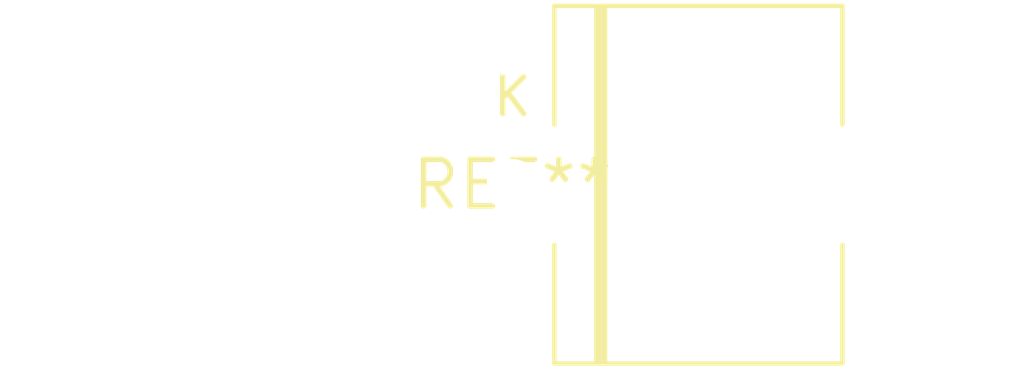
<source format=kicad_pcb>
(kicad_pcb (version 20240108) (generator pcbnew)
  (layers (0 "F.Cu" signal) (31 "B.Cu" signal) (34 "B.Paste" user) (35 "F.Paste" user) (36 "B.SilkS" user "B.Silkscreen") (37 "F.SilkS" user "F.Silkscreen") (38 "B.Mask" user) (39 "F.Mask" user) (44 "Edge.Cuts" user))
  (net 0 "")
  (footprint "D_5KP_P10.16mm_Horizontal" (layer "F.Cu") (at 0 0)
    (property "Reference" "REF**")
    (property "Value" "D_5KP_P10.16mm_Horizontal")
    (fp_line (start 1.15 -4.885) (end 9.01 -4.885) (layer "F.SilkS") (stroke (width 0.12)))
    (fp_line (start 1.15 -1.64) (end 1.15 -4.885) (layer "F.SilkS") (stroke (width 0.12)))
    (fp_line (start 1.15 1.64) (end 1.15 4.885) (layer "F.SilkS") (stroke (width 0.12)))
    (fp_line (start 1.15 4.885) (end 9.01 4.885) (layer "F.SilkS") (stroke (width 0.12)))
    (fp_line (start 2.293 -4.885) (end 2.293 4.885) (layer "F.SilkS") (stroke (width 0.12)))
    (fp_line (start 2.413 -4.885) (end 2.413 4.885) (layer "F.SilkS") (stroke (width 0.12)))
    (fp_line (start 2.533 -4.885) (end 2.533 4.885) (layer "F.SilkS") (stroke (width 0.12)))
    (fp_line (start 9.01 -4.885) (end 9.01 -1.64) (layer "F.SilkS") (stroke (width 0.12)))
    (fp_line (start 9.01 4.885) (end 9.01 1.64) (layer "F.SilkS") (stroke (width 0.12)))
    (fp_text user "K" (at 0 -2.4 0) (layer "F.SilkS"))
    (pad "1" thru_hole rect (at 0 0) (size 2.8 2.8) (drill 1.4) (layers *.Cu *.Mask) (remove_unused_layers))
    (pad "2" thru_hole oval (at 10.16 0) (size 2.8 2.8) (drill 1.4) (layers *.Cu *.Mask) (remove_unused_layers))
  )
)
</source>
